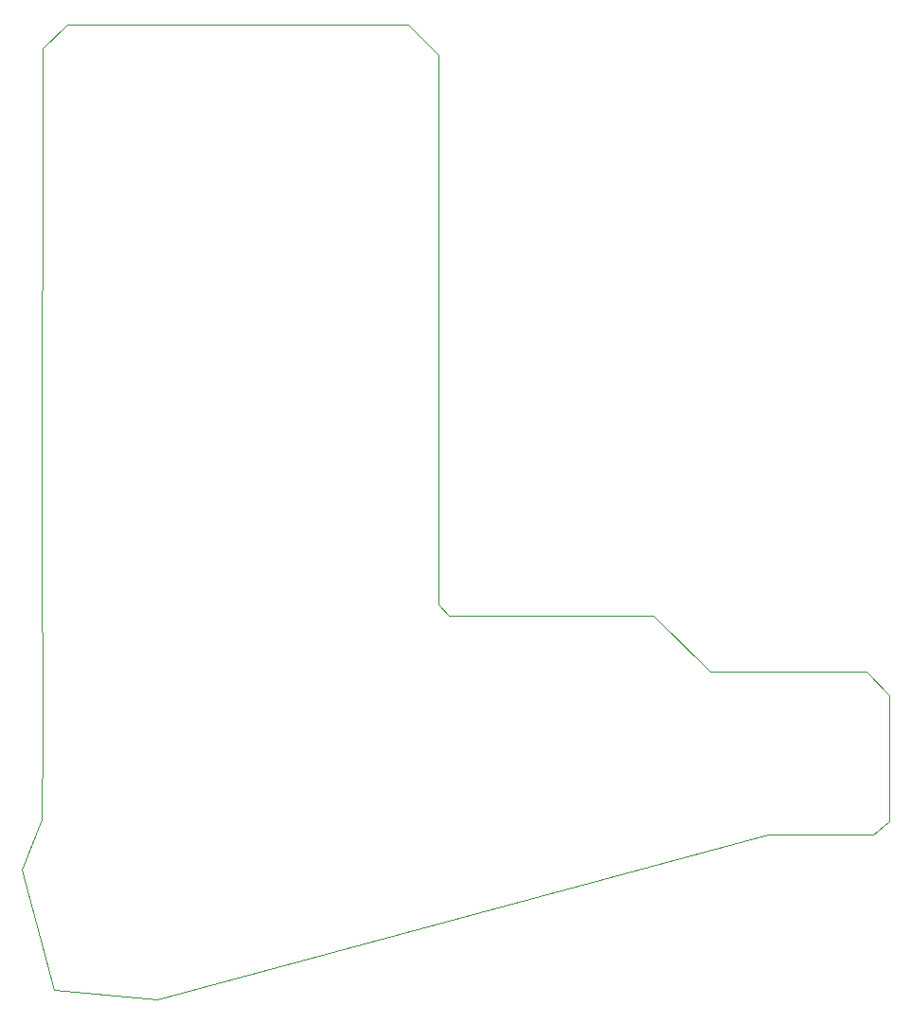
<source format=gbr>
G04 #@! TF.GenerationSoftware,KiCad,Pcbnew,(5.1.4)-1*
G04 #@! TF.CreationDate,2023-06-17T18:32:24-04:00*
G04 #@! TF.ProjectId,ThumbsUp,5468756d-6273-4557-902e-6b696361645f,rev?*
G04 #@! TF.SameCoordinates,Original*
G04 #@! TF.FileFunction,Profile,NP*
%FSLAX46Y46*%
G04 Gerber Fmt 4.6, Leading zero omitted, Abs format (unit mm)*
G04 Created by KiCad (PCBNEW (5.1.4)-1) date 2023-06-17 18:32:24*
%MOMM*%
%LPD*%
G04 APERTURE LIST*
%ADD10C,0.050000*%
G04 APERTURE END LIST*
D10*
X189400000Y-439500000D02*
X190400000Y-440500000D01*
X227700000Y-445500000D02*
X229712025Y-447600000D01*
X227700000Y-445500000D02*
X213700000Y-445500000D01*
X208700000Y-440500000D02*
X190400000Y-440500000D01*
X208700000Y-440500000D02*
X213700000Y-445500000D01*
X218912025Y-460110323D02*
X164303913Y-474809185D01*
X189412025Y-390360322D02*
X189400000Y-439500000D01*
X153997497Y-433386766D02*
X154009034Y-450396466D01*
X154002490Y-458734349D02*
X154014855Y-451416095D01*
X219112025Y-460110322D02*
X218912025Y-460110323D01*
X154021905Y-389806391D02*
X153997497Y-433386766D01*
X155082510Y-473946632D02*
X152204378Y-463184833D01*
X154021905Y-389806391D02*
X156212026Y-387660322D01*
X155082510Y-473946632D02*
X164303913Y-474809185D01*
X186712025Y-387660322D02*
X156212026Y-387660322D01*
X154014855Y-451416095D02*
X154009034Y-450396466D01*
X154002490Y-458734349D02*
X152204378Y-463184833D01*
X229712025Y-447600000D02*
X229712025Y-458910323D01*
X186712025Y-387660322D02*
X189412025Y-390360322D01*
X219112025Y-460110322D02*
X228312025Y-460110323D01*
X229712025Y-458910323D02*
X228312025Y-460110323D01*
M02*

</source>
